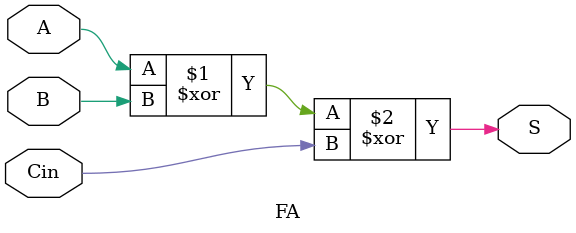
<source format=v>
module FA_four_look(A, B, S, Cout);
input [3:0] A,B;
wire Cin;
output [3:0] S;
output Cout;

assign Cin= 1'b0;

wire p0, p1,p2,p3;
wire g0, g1,g2,g3;
wire cin1, cin2, cin3;

assign p0 = A[0]^B[0];
assign p1 = A[1]^B[1];
assign p2 = A[2]^B[2];
assign p3 = A[3]^B[3];

assign g0 = A[0]&B[0];
assign g1 = A[1]&B[1];
assign g2 = A[2]&B[2];
assign g3 = A[3]&B[3];

assign cin1 = g0|(p0&Cin);
assign cin2 = g1|(p1&cin1);
assign cin3 = g2|(p2&cin2);
assign Cout = g3|(p3&cin3);

FA FA0(.A(A[0]), .B(B[0]), .Cin(Cin), .S(S[0]));
FA FA1(.A(A[1]), .B(B[1]), .Cin(cin1), .S(S[1]));
FA FA2(.A(A[2]), .B(B[2]), .Cin(cin2), .S(S[2]));
FA FA3(.A(A[3]), .B(B[3]), .Cin(cin3), .S(S[3]));


endmodule

module FA(A, B, Cin, S);
input A,B,Cin;
output S;
assign S = (A^B)^Cin;
endmodule

</source>
